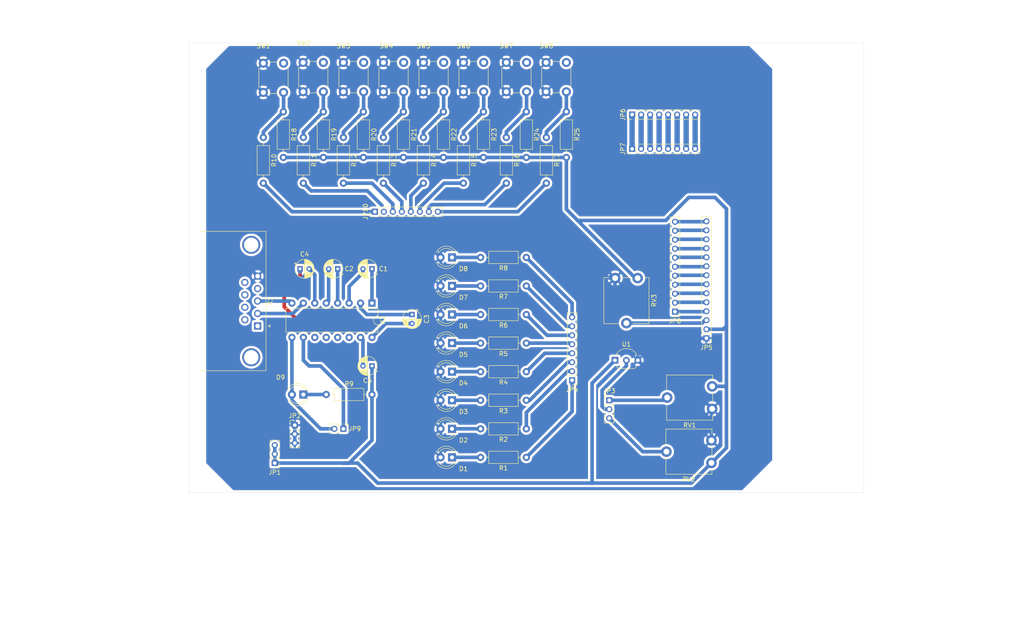
<source format=kicad_pcb>
(kicad_pcb (version 20171130) (host pcbnew "(5.1.6)-1")
  (title_block (title "Héctor de la Garza A01039610"))
  (layers (0 F.Cu signal) (31 B.Cu signal) (34 B.Paste user hide) (35 F.Paste user hide) (36 B.SilkS user hide) (37 F.SilkS user) (38 B.Mask user hide) (39 F.Mask user hide) (44 Edge.Cuts user))
  (net 0 "")
  (net 1 "Net-(C1-Pad2)")
  (net 2 "Net-(C1-Pad1)")
  (net 3 "Net-(C2-Pad2)")
  (net 4 "Net-(C2-Pad1)")
  (net 5 +5V)
  (net 6 "Net-(C3-Pad1)")
  (net 7 "Net-(C4-Pad2)")
  (net 8 "Net-(C4-Pad1)")
  (net 9 GND)
  (net 10 "Net-(D1-Pad1)")
  (net 11 "Net-(D2-Pad1)")
  (net 12 "Net-(D3-Pad1)")
  (net 13 "Net-(D4-Pad1)")
  (net 14 "Net-(D5-Pad1)")
  (net 15 "Net-(D6-Pad1)")
  (net 16 "Net-(D7-Pad1)")
  (net 17 "Net-(D8-Pad1)")
  (net 18 "Net-(D9-Pad2)")
  (net 19 "Net-(D9-Pad1)")
  (net 20 "Net-(JP3-Pad3)")
  (net 21 "Net-(JP3-Pad2)")
  (net 22 "Net-(JP3-Pad1)")
  (net 23 "Net-(JP4-Pad8)")
  (net 24 "Net-(JP4-Pad7)")
  (net 25 "Net-(JP4-Pad6)")
  (net 26 "Net-(JP4-Pad5)")
  (net 27 "Net-(JP4-Pad4)")
  (net 28 "Net-(JP4-Pad3)")
  (net 29 "Net-(JP4-Pad2)")
  (net 30 "Net-(JP4-Pad1)")
  (net 31 "Net-(JP5-Pad14)")
  (net 32 "Net-(JP5-Pad13)")
  (net 33 "Net-(JP5-Pad12)")
  (net 34 "Net-(JP5-Pad11)")
  (net 35 "Net-(JP5-Pad10)")
  (net 36 "Net-(JP5-Pad9)")
  (net 37 "Net-(JP5-Pad8)")
  (net 38 "Net-(JP5-Pad7)")
  (net 39 "Net-(JP5-Pad6)")
  (net 40 "Net-(JP5-Pad5)")
  (net 41 "Net-(JP5-Pad4)")
  (net 42 "Net-(JP5-Pad3)")
  (net 43 "Net-(JP6-Pad8)")
  (net 44 "Net-(JP6-Pad7)")
  (net 45 "Net-(JP6-Pad6)")
  (net 46 "Net-(JP6-Pad5)")
  (net 47 "Net-(JP6-Pad4)")
  (net 48 "Net-(JP6-Pad3)")
  (net 49 "Net-(JP6-Pad2)")
  (net 50 "Net-(JP6-Pad1)")
  (net 51 "Net-(JP9-Pad1)")
  (net 52 "Net-(JP10-Pad8)")
  (net 53 "Net-(JP10-Pad7)")
  (net 54 "Net-(JP10-Pad6)")
  (net 55 "Net-(JP10-Pad5)")
  (net 56 "Net-(JP10-Pad4)")
  (net 57 "Net-(JP10-Pad3)")
  (net 58 "Net-(JP10-Pad2)")
  (net 59 "Net-(JP10-Pad1)")
  (net 60 "Net-(R10-Pad1)")
  (net 61 "Net-(R11-Pad1)")
  (net 62 "Net-(R12-Pad1)")
  (net 63 "Net-(R13-Pad1)")
  (net 64 "Net-(R14-Pad1)")
  (net 65 "Net-(R15-Pad1)")
  (net 66 "Net-(R16-Pad1)")
  (net 67 "Net-(R17-Pad1)")
  (net 68 "Net-(U2-Pad8)")
  (net 69 "Net-(U2-Pad7)")
  (net 70 "Net-(U2-Pad14)")
  (net 71 "Net-(U2-Pad13)")
  (net 72 "Net-(U2-Pad12)")
  (net 73 "Net-(U2-Pad11)")
  (net 74 "Net-(X1-Pad9)")
  (net 75 "Net-(X1-Pad8)")
  (net 76 "Net-(X1-Pad7)")
  (net 77 "Net-(X1-Pad6)")
  (net 78 "Net-(X1-Pad4)")
  (net 79 "Net-(X1-Pad1)")
  (module Button_Switch_THT:SW_PUSH_6mm (layer F.Cu) (at 147.9 44.45 90)
    (fp_text reference SW8 (at 10.16 0.055 180) (layer F.SilkS))
    (fp_text value SW_PUSH)
    (pad 1 thru_hole circle (at 6.5 0 180) (size 2 2) (drill 1.1) (layers *.Cu *.Mask) (net 9 GND))
    (pad 2 thru_hole circle (at 6.5 4.5 180) (size 2 2) (drill 1.1) (layers *.Cu *.Mask) (net 67 "Net-(R17-Pad1)"))
    (pad 1 thru_hole circle (at 0 0 180) (size 2 2) (drill 1.1) (layers *.Cu *.Mask) (net 9 GND))
    (pad 2 thru_hole circle (at 0 4.5 180) (size 2 2) (drill 1.1) (layers *.Cu *.Mask) (net 67 "Net-(R17-Pad1)"))
  )
  (module Button_Switch_THT:SW_PUSH_6mm (layer F.Cu) (at 139.065 44.45 90)
    (fp_text reference SW7 (at 10.16 0 180) (layer F.SilkS))
    (fp_text value SW_PUSH)
    (pad 1 thru_hole circle (at 6.5 0 180) (size 2 2) (drill 1.1) (layers *.Cu *.Mask) (net 9 GND))
    (pad 2 thru_hole circle (at 6.5 4.5 180) (size 2 2) (drill 1.1) (layers *.Cu *.Mask) (net 66 "Net-(R16-Pad1)"))
    (pad 1 thru_hole circle (at 0 0 180) (size 2 2) (drill 1.1) (layers *.Cu *.Mask) (net 9 GND))
    (pad 2 thru_hole circle (at 0 4.5 180) (size 2 2) (drill 1.1) (layers *.Cu *.Mask) (net 66 "Net-(R16-Pad1)"))
  )
  (module Button_Switch_THT:SW_PUSH_6mm (layer F.Cu) (at 129.54 44.45 90)
    (fp_text reference SW6 (at 10.16 0 180) (layer F.SilkS))
    (fp_text value SW_PUSH)
    (pad 1 thru_hole circle (at 6.5 0 180) (size 2 2) (drill 1.1) (layers *.Cu *.Mask) (net 9 GND))
    (pad 2 thru_hole circle (at 6.5 4.5 180) (size 2 2) (drill 1.1) (layers *.Cu *.Mask) (net 65 "Net-(R15-Pad1)"))
    (pad 1 thru_hole circle (at 0 0 180) (size 2 2) (drill 1.1) (layers *.Cu *.Mask) (net 9 GND))
    (pad 2 thru_hole circle (at 0 4.5 180) (size 2 2) (drill 1.1) (layers *.Cu *.Mask) (net 65 "Net-(R15-Pad1)"))
  )
  (module Button_Switch_THT:SW_PUSH_6mm (layer F.Cu) (at 120.65 44.45 90)
    (fp_text reference SW5 (at 10.16 0 180) (layer F.SilkS))
    (fp_text value SW_PUSH)
    (pad 1 thru_hole circle (at 6.5 0 180) (size 2 2) (drill 1.1) (layers *.Cu *.Mask) (net 9 GND))
    (pad 2 thru_hole circle (at 6.5 4.5 180) (size 2 2) (drill 1.1) (layers *.Cu *.Mask) (net 64 "Net-(R14-Pad1)"))
    (pad 1 thru_hole circle (at 0 0 180) (size 2 2) (drill 1.1) (layers *.Cu *.Mask) (net 9 GND))
    (pad 2 thru_hole circle (at 0 4.5 180) (size 2 2) (drill 1.1) (layers *.Cu *.Mask) (net 64 "Net-(R14-Pad1)"))
  )
  (module Button_Switch_THT:SW_PUSH_6mm (layer F.Cu) (at 111.76 44.45 90)
    (fp_text reference SW4 (at 10.16 0.635 180) (layer F.SilkS))
    (fp_text value SW_PUSH)
    (pad 1 thru_hole circle (at 6.5 0 180) (size 2 2) (drill 1.1) (layers *.Cu *.Mask) (net 9 GND))
    (pad 2 thru_hole circle (at 6.5 4.5 180) (size 2 2) (drill 1.1) (layers *.Cu *.Mask) (net 63 "Net-(R13-Pad1)"))
    (pad 1 thru_hole circle (at 0 0 180) (size 2 2) (drill 1.1) (layers *.Cu *.Mask) (net 9 GND))
    (pad 2 thru_hole circle (at 0 4.5 180) (size 2 2) (drill 1.1) (layers *.Cu *.Mask) (net 63 "Net-(R13-Pad1)"))
  )
  (module Button_Switch_THT:SW_PUSH_6mm (layer F.Cu) (at 102.87 44.45 90)
    (fp_text reference SW3 (at 10.16 0 180) (layer F.SilkS))
    (fp_text value SW_PUSH)
    (pad 1 thru_hole circle (at 6.5 0 180) (size 2 2) (drill 1.1) (layers *.Cu *.Mask) (net 9 GND))
    (pad 2 thru_hole circle (at 6.5 4.5 180) (size 2 2) (drill 1.1) (layers *.Cu *.Mask) (net 62 "Net-(R12-Pad1)"))
    (pad 1 thru_hole circle (at 0 0 180) (size 2 2) (drill 1.1) (layers *.Cu *.Mask) (net 9 GND))
    (pad 2 thru_hole circle (at 0 4.5 180) (size 2 2) (drill 1.1) (layers *.Cu *.Mask) (net 62 "Net-(R12-Pad1)"))
  )
  (module Button_Switch_THT:SW_PUSH_6mm (layer F.Cu) (at 93.925 44.45 90)
    (fp_text reference SW2 (at 10.795 0.055 180) (layer F.SilkS))
    (fp_text value SW_PUSH)
    (pad 1 thru_hole circle (at 6.5 0 180) (size 2 2) (drill 1.1) (layers *.Cu *.Mask) (net 9 GND))
    (pad 2 thru_hole circle (at 6.5 4.5 180) (size 2 2) (drill 1.1) (layers *.Cu *.Mask) (net 61 "Net-(R11-Pad1)"))
    (pad 1 thru_hole circle (at 0 0 180) (size 2 2) (drill 1.1) (layers *.Cu *.Mask) (net 9 GND))
    (pad 2 thru_hole circle (at 0 4.5 180) (size 2 2) (drill 1.1) (layers *.Cu *.Mask) (net 61 "Net-(R11-Pad1)"))
  )
  (module Button_Switch_THT:SW_PUSH_6mm (layer F.Cu) (at 85.09 44.6 90)
    (fp_text reference SW1 (at 10.31 0 180) (layer F.SilkS))
    (fp_text value SW_PUSH)
    (pad 1 thru_hole circle (at 6.5 0 180) (size 2 2) (drill 1.1) (layers *.Cu *.Mask) (net 9 GND))
    (pad 2 thru_hole circle (at 6.5 4.5 180) (size 2 2) (drill 1.1) (layers *.Cu *.Mask) (net 60 "Net-(R10-Pad1)"))
    (pad 1 thru_hole circle (at 0 0 180) (size 2 2) (drill 1.1) (layers *.Cu *.Mask) (net 9 GND))
    (pad 2 thru_hole circle (at 0 4.5 180) (size 2 2) (drill 1.1) (layers *.Cu *.Mask) (net 60 "Net-(R10-Pad1)"))
  )
  (module Connector_Dsub:DSUB-9_Female_Horizontal_P2.77x2.84mm_EdgePinOffset9.90mm_Housed_MountingHolesOffset11.32mm (layer F.Cu) (at 83.82 96.52 270)
    (fp_text reference X1 (at -5.54 -2.8 90) (layer F.SilkS))
    (fp_text value F09HP)
    (pad 0 thru_hole circle (at 6.96 1.42 270) (size 4 4) (drill 3.2) (layers *.Cu *.Mask))
    (pad 0 thru_hole circle (at -18.04 1.42 270) (size 4 4) (drill 3.2) (layers *.Cu *.Mask))
    (pad 9 thru_hole circle (at -9.695 2.84 270) (size 1.6 1.6) (drill 1) (layers *.Cu *.Mask) (net 74 "Net-(X1-Pad9)"))
    (pad 8 thru_hole circle (at -6.925 2.84 270) (size 1.6 1.6) (drill 1) (layers *.Cu *.Mask) (net 75 "Net-(X1-Pad8)"))
    (pad 7 thru_hole circle (at -4.155 2.84 270) (size 1.6 1.6) (drill 1) (layers *.Cu *.Mask) (net 76 "Net-(X1-Pad7)"))
    (pad 6 thru_hole circle (at -1.385 2.84 270) (size 1.6 1.6) (drill 1) (layers *.Cu *.Mask) (net 77 "Net-(X1-Pad6)"))
    (pad 5 thru_hole circle (at -11.08 0 270) (size 1.6 1.6) (drill 1) (layers *.Cu *.Mask) (net 9 GND))
    (pad 4 thru_hole circle (at -8.31 0 270) (size 1.6 1.6) (drill 1) (layers *.Cu *.Mask) (net 78 "Net-(X1-Pad4)"))
    (pad 3 thru_hole circle (at -5.54 0 270) (size 1.6 1.6) (drill 1) (layers *.Cu *.Mask) (net 68 "Net-(U2-Pad8)"))
    (pad 2 thru_hole circle (at -2.77 0 270) (size 1.6 1.6) (drill 1) (layers *.Cu *.Mask) (net 69 "Net-(U2-Pad7)"))
    (pad 1 thru_hole rect (at 0 0 270) (size 1.6 1.6) (drill 1) (layers *.Cu *.Mask) (net 79 "Net-(X1-Pad1)"))
  )
  (module Package_DIP:DIP-16_W7.62mm (layer F.Cu) (at 109.22 91.44 270)
    (fp_text reference U2 (at 3.81 -2.33 90) (layer F.SilkS))
    (fp_text value MAX232)
    (pad 16 thru_hole oval (at 7.62 0 270) (size 1.6 1.6) (drill 0.8) (layers *.Cu *.Mask) (net 5 +5V))
    (pad 8 thru_hole oval (at 0 17.78 270) (size 1.6 1.6) (drill 0.8) (layers *.Cu *.Mask) (net 68 "Net-(U2-Pad8)"))
    (pad 15 thru_hole oval (at 7.62 2.54 270) (size 1.6 1.6) (drill 0.8) (layers *.Cu *.Mask) (net 8 "Net-(C4-Pad1)"))
    (pad 7 thru_hole oval (at 0 15.24 270) (size 1.6 1.6) (drill 0.8) (layers *.Cu *.Mask) (net 69 "Net-(U2-Pad7)"))
    (pad 14 thru_hole oval (at 7.62 5.08 270) (size 1.6 1.6) (drill 0.8) (layers *.Cu *.Mask) (net 70 "Net-(U2-Pad14)"))
    (pad 6 thru_hole oval (at 0 12.7 270) (size 1.6 1.6) (drill 0.8) (layers *.Cu *.Mask) (net 7 "Net-(C4-Pad2)"))
    (pad 13 thru_hole oval (at 7.62 7.62 270) (size 1.6 1.6) (drill 0.8) (layers *.Cu *.Mask) (net 71 "Net-(U2-Pad13)"))
    (pad 5 thru_hole oval (at 0 10.16 270) (size 1.6 1.6) (drill 0.8) (layers *.Cu *.Mask) (net 3 "Net-(C2-Pad2)"))
    (pad 12 thru_hole oval (at 7.62 10.16 270) (size 1.6 1.6) (drill 0.8) (layers *.Cu *.Mask) (net 72 "Net-(U2-Pad12)"))
    (pad 4 thru_hole oval (at 0 7.62 270) (size 1.6 1.6) (drill 0.8) (layers *.Cu *.Mask) (net 4 "Net-(C2-Pad1)"))
    (pad 11 thru_hole oval (at 7.62 12.7 270) (size 1.6 1.6) (drill 0.8) (layers *.Cu *.Mask) (net 73 "Net-(U2-Pad11)"))
    (pad 3 thru_hole oval (at 0 5.08 270) (size 1.6 1.6) (drill 0.8) (layers *.Cu *.Mask) (net 1 "Net-(C1-Pad2)"))
    (pad 10 thru_hole oval (at 7.62 15.24 270) (size 1.6 1.6) (drill 0.8) (layers *.Cu *.Mask) (net 51 "Net-(JP9-Pad1)"))
    (pad 2 thru_hole oval (at 0 2.54 270) (size 1.6 1.6) (drill 0.8) (layers *.Cu *.Mask) (net 6 "Net-(C3-Pad1)"))
    (pad 9 thru_hole oval (at 7.62 17.78 270) (size 1.6 1.6) (drill 0.8) (layers *.Cu *.Mask) (net 18 "Net-(D9-Pad2)"))
    (pad 1 thru_hole rect (at 0 0 270) (size 1.6 1.6) (drill 0.8) (layers *.Cu *.Mask) (net 2 "Net-(C1-Pad1)"))
  )
  (module Package_TO_SOT_THT:TO-92_Inline_Wide (layer F.Cu) (at 163.195 104.14)
    (fp_text reference U1 (at 2.54 -3.56) (layer F.SilkS))
    (fp_text value MCP9700A)
    (pad 1 thru_hole rect (at 0 0 90) (size 1.5 1.5) (drill 0.8) (layers *.Cu *.Mask) (net 5 +5V))
    (pad 3 thru_hole circle (at 5.08 0 90) (size 1.5 1.5) (drill 0.8) (layers *.Cu *.Mask) (net 9 GND))
    (pad 2 thru_hole circle (at 2.54 0 90) (size 1.5 1.5) (drill 0.8) (layers *.Cu *.Mask) (net 21 "Net-(JP3-Pad2)"))
  )
  (module Potentiometer_THT:Potentiometer_ACP_CA9-V10_Vertical (layer F.Cu) (at 163.235 85.885 270)
    (fp_text reference RV3 (at 5 -8.65 90) (layer F.SilkS))
    (fp_text value 10K)
    (pad 1 thru_hole circle (at 0 0 270) (size 2.34 2.34) (drill 1.3) (layers *.Cu *.Mask) (net 9 GND))
    (pad 2 thru_hole circle (at 10 -2.5 270) (size 2.34 2.34) (drill 1.3) (layers *.Cu *.Mask) (net 42 "Net-(JP5-Pad3)"))
    (pad 3 thru_hole circle (at 0 -5 270) (size 2.34 2.34) (drill 1.3) (layers *.Cu *.Mask) (net 5 +5V))
  )
  (module Potentiometer_THT:Potentiometer_ACP_CA9-V10_Vertical (layer F.Cu) (at 184.625 121.96 180)
    (fp_text reference RV2 (at 5 -8.65) (layer F.SilkS))
    (fp_text value 10K)
    (pad 1 thru_hole circle (at 0 0 180) (size 2.34 2.34) (drill 1.3) (layers *.Cu *.Mask) (net 9 GND))
    (pad 2 thru_hole circle (at 10 -2.5 180) (size 2.34 2.34) (drill 1.3) (layers *.Cu *.Mask) (net 20 "Net-(JP3-Pad3)"))
    (pad 3 thru_hole circle (at 0 -5 180) (size 2.34 2.34) (drill 1.3) (layers *.Cu *.Mask) (net 5 +5V))
  )
  (module Potentiometer_THT:Potentiometer_ACP_CA9-V10_Vertical (layer F.Cu) (at 184.785 109.935 180)
    (fp_text reference RV1 (at 5 -8.65) (layer F.SilkS))
    (fp_text value 10K)
    (pad 1 thru_hole circle (at 0 0 180) (size 2.34 2.34) (drill 1.3) (layers *.Cu *.Mask) (net 5 +5V))
    (pad 2 thru_hole circle (at 10 -2.5 180) (size 2.34 2.34) (drill 1.3) (layers *.Cu *.Mask) (net 22 "Net-(JP3-Pad1)"))
    (pad 3 thru_hole circle (at 0 -5 180) (size 2.34 2.34) (drill 1.3) (layers *.Cu *.Mask) (net 9 GND))
  )
  (module Resistor_THT:R_Axial_DIN0207_L6.3mm_D2.5mm_P10.16mm_Horizontal (layer F.Cu) (at 152.4 48.895 270)
    (fp_text reference R25 (at 5.08 -2.37 90) (layer F.SilkS))
    (fp_text value 4.7K)
    (pad 2 thru_hole oval (at 10.16 0 270) (size 1.6 1.6) (drill 0.8) (layers *.Cu *.Mask) (net 5 +5V))
    (pad 1 thru_hole circle (at 0 0 270) (size 1.6 1.6) (drill 0.8) (layers *.Cu *.Mask) (net 67 "Net-(R17-Pad1)"))
  )
  (module Resistor_THT:R_Axial_DIN0207_L6.3mm_D2.5mm_P10.16mm_Horizontal (layer F.Cu) (at 143.51 48.895 270)
    (fp_text reference R24 (at 5.08 -2.37 90) (layer F.SilkS))
    (fp_text value 4.7K)
    (pad 2 thru_hole oval (at 10.16 0 270) (size 1.6 1.6) (drill 0.8) (layers *.Cu *.Mask) (net 5 +5V))
    (pad 1 thru_hole circle (at 0 0 270) (size 1.6 1.6) (drill 0.8) (layers *.Cu *.Mask) (net 66 "Net-(R16-Pad1)"))
  )
  (module Resistor_THT:R_Axial_DIN0207_L6.3mm_D2.5mm_P10.16mm_Horizontal (layer F.Cu) (at 133.985 48.895 270)
    (fp_text reference R23 (at 5.08 -2.37 90) (layer F.SilkS))
    (fp_text value 4.7K)
    (pad 2 thru_hole oval (at 10.16 0 270) (size 1.6 1.6) (drill 0.8) (layers *.Cu *.Mask) (net 5 +5V))
    (pad 1 thru_hole circle (at 0 0 270) (size 1.6 1.6) (drill 0.8) (layers *.Cu *.Mask) (net 65 "Net-(R15-Pad1)"))
  )
  (module Resistor_THT:R_Axial_DIN0207_L6.3mm_D2.5mm_P10.16mm_Horizontal (layer F.Cu) (at 125.095 48.895 270)
    (fp_text reference R22 (at 5.08 -2.37 90) (layer F.SilkS))
    (fp_text value 4.7K)
    (pad 2 thru_hole oval (at 10.16 0 270) (size 1.6 1.6) (drill 0.8) (layers *.Cu *.Mask) (net 5 +5V))
    (pad 1 thru_hole circle (at 0 0 270) (size 1.6 1.6) (drill 0.8) (layers *.Cu *.Mask) (net 64 "Net-(R14-Pad1)"))
  )
  (module Resistor_THT:R_Axial_DIN0207_L6.3mm_D2.5mm_P10.16mm_Horizontal (layer F.Cu) (at 116.205 48.895 270)
    (fp_text reference R21 (at 5.08 -2.37 90) (layer F.SilkS))
    (fp_text value 4.7K)
    (pad 2 thru_hole oval (at 10.16 0 270) (size 1.6 1.6) (drill 0.8) (layers *.Cu *.Mask) (net 5 +5V))
    (pad 1 thru_hole circle (at 0 0 270) (size 1.6 1.6) (drill 0.8) (layers *.Cu *.Mask) (net 63 "Net-(R13-Pad1)"))
  )
  (module Resistor_THT:R_Axial_DIN0207_L6.3mm_D2.5mm_P10.16mm_Horizontal (layer F.Cu) (at 107.315 48.895 270)
    (fp_text reference R20 (at 5.08 -2.37 90) (layer F.SilkS))
    (fp_text value 4.7K)
    (pad 2 thru_hole oval (at 10.16 0 270) (size 1.6 1.6) (drill 0.8) (layers *.Cu *.Mask) (net 5 +5V))
    (pad 1 thru_hole circle (at 0 0 270) (size 1.6 1.6) (drill 0.8) (layers *.Cu *.Mask) (net 62 "Net-(R12-Pad1)"))
  )
  (module Resistor_THT:R_Axial_DIN0207_L6.3mm_D2.5mm_P10.16mm_Horizontal (layer F.Cu) (at 98.425 48.895 270)
    (fp_text reference R19 (at 5.08 -2.37 90) (layer F.SilkS))
    (fp_text value 4.7K)
    (pad 2 thru_hole oval (at 10.16 0 270) (size 1.6 1.6) (drill 0.8) (layers *.Cu *.Mask) (net 5 +5V))
    (pad 1 thru_hole circle (at 0 0 270) (size 1.6 1.6) (drill 0.8) (layers *.Cu *.Mask) (net 61 "Net-(R11-Pad1)"))
  )
  (module Resistor_THT:R_Axial_DIN0207_L6.3mm_D2.5mm_P10.16mm_Horizontal (layer F.Cu) (at 89.535 48.895 270)
    (fp_text reference R18 (at 5.08 -2.37 90) (layer F.SilkS))
    (fp_text value 4.7K)
    (pad 2 thru_hole oval (at 10.16 0 270) (size 1.6 1.6) (drill 0.8) (layers *.Cu *.Mask) (net 5 +5V))
    (pad 1 thru_hole circle (at 0 0 270) (size 1.6 1.6) (drill 0.8) (layers *.Cu *.Mask) (net 60 "Net-(R10-Pad1)"))
  )
  (module Resistor_THT:R_Axial_DIN0207_L6.3mm_D2.5mm_P10.16mm_Horizontal (layer F.Cu) (at 147.955 54.61 270)
    (fp_text reference R17 (at 5.08 -2.37 90) (layer F.SilkS))
    (fp_text value 1K)
    (pad 2 thru_hole oval (at 10.16 0 270) (size 1.6 1.6) (drill 0.8) (layers *.Cu *.Mask) (net 52 "Net-(JP10-Pad8)"))
    (pad 1 thru_hole circle (at 0 0 270) (size 1.6 1.6) (drill 0.8) (layers *.Cu *.Mask) (net 67 "Net-(R17-Pad1)"))
  )
  (module Resistor_THT:R_Axial_DIN0207_L6.3mm_D2.5mm_P10.16mm_Horizontal (layer F.Cu) (at 139.065 54.61 270)
    (fp_text reference R16 (at 5.08 -2.37 90) (layer F.SilkS))
    (fp_text value 1K)
    (pad 2 thru_hole oval (at 10.16 0 270) (size 1.6 1.6) (drill 0.8) (layers *.Cu *.Mask) (net 53 "Net-(JP10-Pad7)"))
    (pad 1 thru_hole circle (at 0 0 270) (size 1.6 1.6) (drill 0.8) (layers *.Cu *.Mask) (net 66 "Net-(R16-Pad1)"))
  )
  (module Resistor_THT:R_Axial_DIN0207_L6.3mm_D2.5mm_P10.16mm_Horizontal (layer F.Cu) (at 129.54 54.61 270)
    (fp_text reference R15 (at 5.08 -2.37 90) (layer F.SilkS))
    (fp_text value 1K)
    (pad 2 thru_hole oval (at 10.16 0 270) (size 1.6 1.6) (drill 0.8) (layers *.Cu *.Mask) (net 54 "Net-(JP10-Pad6)"))
    (pad 1 thru_hole circle (at 0 0 270) (size 1.6 1.6) (drill 0.8) (layers *.Cu *.Mask) (net 65 "Net-(R15-Pad1)"))
  )
  (module Resistor_THT:R_Axial_DIN0207_L6.3mm_D2.5mm_P10.16mm_Horizontal (layer F.Cu) (at 120.65 54.61 270)
    (fp_text reference R14 (at 5.08 -2.37 90) (layer F.SilkS))
    (fp_text value 1K)
    (pad 2 thru_hole oval (at 10.16 0 270) (size 1.6 1.6) (drill 0.8) (layers *.Cu *.Mask) (net 55 "Net-(JP10-Pad5)"))
    (pad 1 thru_hole circle (at 0 0 270) (size 1.6 1.6) (drill 0.8) (layers *.Cu *.Mask) (net 64 "Net-(R14-Pad1)"))
  )
  (module Resistor_THT:R_Axial_DIN0207_L6.3mm_D2.5mm_P10.16mm_Horizontal (layer F.Cu) (at 111.76 54.61 270)
    (fp_text reference R13 (at 5.08 -2.37 90) (layer F.SilkS))
    (fp_text value 1K)
    (pad 2 thru_hole oval (at 10.16 0 270) (size 1.6 1.6) (drill 0.8) (layers *.Cu *.Mask) (net 56 "Net-(JP10-Pad4)"))
    (pad 1 thru_hole circle (at 0 0 270) (size 1.6 1.6) (drill 0.8) (layers *.Cu *.Mask) (net 63 "Net-(R13-Pad1)"))
  )
  (module Resistor_THT:R_Axial_DIN0207_L6.3mm_D2.5mm_P10.16mm_Horizontal (layer F.Cu) (at 102.87 54.61 270)
    (fp_text reference R12 (at 5.08 -2.37 90) (layer F.SilkS))
    (fp_text value 1K)
    (pad 2 thru_hole oval (at 10.16 0 270) (size 1.6 1.6) (drill 0.8) (layers *.Cu *.Mask) (net 57 "Net-(JP10-Pad3)"))
    (pad 1 thru_hole circle (at 0 0 270) (size 1.6 1.6) (drill 0.8) (layers *.Cu *.Mask) (net 62 "Net-(R12-Pad1)"))
  )
  (module Resistor_THT:R_Axial_DIN0207_L6.3mm_D2.5mm_P10.16mm_Horizontal (layer F.Cu) (at 93.98 54.61 270)
    (fp_text reference R11 (at 5.08 -2.37 90) (layer F.SilkS))
    (fp_text value 1K)
    (pad 2 thru_hole oval (at 10.16 0 270) (size 1.6 1.6) (drill 0.8) (layers *.Cu *.Mask) (net 58 "Net-(JP10-Pad2)"))
    (pad 1 thru_hole circle (at 0 0 270) (size 1.6 1.6) (drill 0.8) (layers *.Cu *.Mask) (net 61 "Net-(R11-Pad1)"))
  )
  (module Resistor_THT:R_Axial_DIN0207_L6.3mm_D2.5mm_P10.16mm_Horizontal (layer F.Cu) (at 85.09 54.61 270)
    (fp_text reference R10 (at 5.08 -2.37 90) (layer F.SilkS))
    (fp_text value 1K)
    (pad 2 thru_hole oval (at 10.16 0 270) (size 1.6 1.6) (drill 0.8) (layers *.Cu *.Mask) (net 59 "Net-(JP10-Pad1)"))
    (pad 1 thru_hole circle (at 0 0 270) (size 1.6 1.6) (drill 0.8) (layers *.Cu *.Mask) (net 60 "Net-(R10-Pad1)"))
  )
  (module Resistor_THT:R_Axial_DIN0207_L6.3mm_D2.5mm_P10.16mm_Horizontal (layer F.Cu) (at 99.06 111.76)
    (fp_text reference R9 (at 5.08 -2.37) (layer F.SilkS))
    (fp_text value 470)
    (pad 2 thru_hole oval (at 10.16 0) (size 1.6 1.6) (drill 0.8) (layers *.Cu *.Mask) (net 5 +5V))
    (pad 1 thru_hole circle (at 0 0) (size 1.6 1.6) (drill 0.8) (layers *.Cu *.Mask) (net 19 "Net-(D9-Pad1)"))
  )
  (module Resistor_THT:R_Axial_DIN0207_L6.3mm_D2.5mm_P10.16mm_Horizontal (layer F.Cu) (at 143.51 81.28 180)
    (fp_text reference R8 (at 5.08 -2.37) (layer F.SilkS))
    (fp_text value 470)
    (pad 2 thru_hole oval (at 10.16 0 180) (size 1.6 1.6) (drill 0.8) (layers *.Cu *.Mask) (net 17 "Net-(D8-Pad1)"))
    (pad 1 thru_hole circle (at 0 0 180) (size 1.6 1.6) (drill 0.8) (layers *.Cu *.Mask) (net 23 "Net-(JP4-Pad8)"))
  )
  (module Resistor_THT:R_Axial_DIN0207_L6.3mm_D2.5mm_P10.16mm_Horizontal (layer F.Cu) (at 143.51 87.63 180)
    (fp_text reference R7 (at 5.08 -2.37) (layer F.SilkS))
    (fp_text value 470)
    (pad 2 thru_hole oval (at 10.16 0 180) (size 1.6 1.6) (drill 0.8) (layers *.Cu *.Mask) (net 16 "Net-(D7-Pad1)"))
    (pad 1 thru_hole circle (at 0 0 180) (size 1.6 1.6) (drill 0.8) (layers *.Cu *.Mask) (net 24 "Net-(JP4-Pad7)"))
  )
  (module Resistor_THT:R_Axial_DIN0207_L6.3mm_D2.5mm_P10.16mm_Horizontal (layer F.Cu) (at 143.51 93.98 180)
    (fp_text reference R6 (at 5.08 -2.37) (layer F.SilkS))
    (fp_text value 470)
    (pad 2 thru_hole oval (at 10.16 0 180) (size 1.6 1.6) (drill 0.8) (layers *.Cu *.Mask) (net 15 "Net-(D6-Pad1)"))
    (pad 1 thru_hole circle (at 0 0 180) (size 1.6 1.6) (drill 0.8) (layers *.Cu *.Mask) (net 25 "Net-(JP4-Pad6)"))
  )
  (module Resistor_THT:R_Axial_DIN0207_L6.3mm_D2.5mm_P10.16mm_Horizontal (layer F.Cu) (at 143.51 100.33 180)
    (fp_text reference R5 (at 5.08 -2.37) (layer F.SilkS))
    (fp_text value 470)
    (pad 2 thru_hole oval (at 10.16 0 180) (size 1.6 1.6) (drill 0.8) (layers *.Cu *.Mask) (net 14 "Net-(D5-Pad1)"))
    (pad 1 thru_hole circle (at 0 0 180) (size 1.6 1.6) (drill 0.8) (layers *.Cu *.Mask) (net 26 "Net-(JP4-Pad5)"))
  )
  (module Resistor_THT:R_Axial_DIN0207_L6.3mm_D2.5mm_P10.16mm_Horizontal (layer F.Cu) (at 143.51 106.68 180)
    (fp_text reference R4 (at 5.08 -2.37) (layer F.SilkS))
    (fp_text value 470)
    (pad 2 thru_hole oval (at 10.16 0 180) (size 1.6 1.6) (drill 0.8) (layers *.Cu *.Mask) (net 13 "Net-(D4-Pad1)"))
    (pad 1 thru_hole circle (at 0 0 180) (size 1.6 1.6) (drill 0.8) (layers *.Cu *.Mask) (net 27 "Net-(JP4-Pad4)"))
  )
  (module Resistor_THT:R_Axial_DIN0207_L6.3mm_D2.5mm_P10.16mm_Horizontal (layer F.Cu) (at 143.51 113.03 180)
    (fp_text reference R3 (at 5.08 -2.37) (layer F.SilkS))
    (fp_text value 470)
    (pad 2 thru_hole oval (at 10.16 0 180) (size 1.6 1.6) (drill 0.8) (layers *.Cu *.Mask) (net 12 "Net-(D3-Pad1)"))
    (pad 1 thru_hole circle (at 0 0 180) (size 1.6 1.6) (drill 0.8) (layers *.Cu *.Mask) (net 28 "Net-(JP4-Pad3)"))
  )
  (module Resistor_THT:R_Axial_DIN0207_L6.3mm_D2.5mm_P10.16mm_Horizontal (layer F.Cu) (at 143.51 119.38 180)
    (fp_text reference R2 (at 5.08 -2.37) (layer F.SilkS))
    (fp_text value 470)
    (pad 2 thru_hole oval (at 10.16 0 180) (size 1.6 1.6) (drill 0.8) (layers *.Cu *.Mask) (net 11 "Net-(D2-Pad1)"))
    (pad 1 thru_hole circle (at 0 0 180) (size 1.6 1.6) (drill 0.8) (layers *.Cu *.Mask) (net 29 "Net-(JP4-Pad2)"))
  )
  (module Resistor_THT:R_Axial_DIN0207_L6.3mm_D2.5mm_P10.16mm_Horizontal (layer F.Cu) (at 143.51 125.73 180)
    (fp_text reference R1 (at 5.08 -2.37) (layer F.SilkS))
    (fp_text value 470)
    (pad 2 thru_hole oval (at 10.16 0 180) (size 1.6 1.6) (drill 0.8) (layers *.Cu *.Mask) (net 10 "Net-(D1-Pad1)"))
    (pad 1 thru_hole circle (at 0 0 180) (size 1.6 1.6) (drill 0.8) (layers *.Cu *.Mask) (net 30 "Net-(JP4-Pad1)"))
  )
  (module Connector_PinHeader_2.00mm:PinHeader_1x08_P2.00mm_Vertical (layer F.Cu) (at 109.855 71.12 90)
    (fp_text reference JP10 (at 0 -2.06 90) (layer F.SilkS))
    (fp_text value PINHD-1X8)
    (pad 8 thru_hole oval (at 0 14 90) (size 1.35 1.35) (drill 0.8) (layers *.Cu *.Mask) (net 52 "Net-(JP10-Pad8)"))
    (pad 7 thru_hole oval (at 0 12 90) (size 1.35 1.35) (drill 0.8) (layers *.Cu *.Mask) (net 53 "Net-(JP10-Pad7)"))
    (pad 6 thru_hole oval (at 0 10 90) (size 1.35 1.35) (drill 0.8) (layers *.Cu *.Mask) (net 54 "Net-(JP10-Pad6)"))
    (pad 5 thru_hole oval (at 0 8 90) (size 1.35 1.35) (drill 0.8) (layers *.Cu *.Mask) (net 55 "Net-(JP10-Pad5)"))
    (pad 4 thru_hole oval (at 0 6 90) (size 1.35 1.35) (drill 0.8) (layers *.Cu *.Mask) (net 56 "Net-(JP10-Pad4)"))
    (pad 3 thru_hole oval (at 0 4 90) (size 1.35 1.35) (drill 0.8) (layers *.Cu *.Mask) (net 57 "Net-(JP10-Pad3)"))
    (pad 2 thru_hole oval (at 0 2 90) (size 1.35 1.35) (drill 0.8) (layers *.Cu *.Mask) (net 58 "Net-(JP10-Pad2)"))
    (pad 1 thru_hole rect (at 0 0 90) (size 1.35 1.35) (drill 0.8) (layers *.Cu *.Mask) (net 59 "Net-(JP10-Pad1)"))
  )
  (module Connector_PinHeader_2.00mm:PinHeader_1x02_P2.00mm_Vertical (layer F.Cu) (at 102.87 119.38 270)
    (fp_text reference JP9 (at 0 -2.54 180) (layer F.SilkS))
    (fp_text value PINHD-1X2)
    (pad 2 thru_hole oval (at 0 2 270) (size 1.35 1.35) (drill 0.8) (layers *.Cu *.Mask) (net 18 "Net-(D9-Pad2)"))
    (pad 1 thru_hole rect (at 0 0 270) (size 1.35 1.35) (drill 0.8) (layers *.Cu *.Mask) (net 51 "Net-(JP9-Pad1)"))
  )
  (module Connector_PinHeader_2.00mm:PinHeader_1x11_P2.00mm_Vertical (layer F.Cu) (at 176.53 93.345 180)
    (fp_text reference JP8 (at 0 -2.06) (layer F.SilkS))
    (fp_text value PINHD-1X11)
    (pad 11 thru_hole oval (at 0 20 180) (size 1.35 1.35) (drill 0.8) (layers *.Cu *.Mask) (net 31 "Net-(JP5-Pad14)"))
    (pad 10 thru_hole oval (at 0 18 180) (size 1.35 1.35) (drill 0.8) (layers *.Cu *.Mask) (net 32 "Net-(JP5-Pad13)"))
    (pad 9 thru_hole oval (at 0 16 180) (size 1.35 1.35) (drill 0.8) (layers *.Cu *.Mask) (net 33 "Net-(JP5-Pad12)"))
    (pad 8 thru_hole oval (at 0 14 180) (size 1.35 1.35) (drill 0.8) (layers *.Cu *.Mask) (net 34 "Net-(JP5-Pad11)"))
    (pad 7 thru_hole oval (at 0 12 180) (size 1.35 1.35) (drill 0.8) (layers *.Cu *.Mask) (net 35 "Net-(JP5-Pad10)"))
    (pad 6 thru_hole oval (at 0 10 180) (size 1.35 1.35) (drill 0.8) (layers *.Cu *.Mask) (net 36 "Net-(JP5-Pad9)"))
    (pad 5 thru_hole oval (at 0 8 180) (size 1.35 1.35) (drill 0.8) (layers *.Cu *.Mask) (net 37 "Net-(JP5-Pad8)"))
    (pad 4 thru_hole oval (at 0 6 180) (size 1.35 1.35) (drill 0.8) (layers *.Cu *.Mask) (net 38 "Net-(JP5-Pad7)"))
    (pad 3 thru_hole oval (at 0 4 180) (size 1.35 1.35) (drill 0.8) (layers *.Cu *.Mask) (net 39 "Net-(JP5-Pad6)"))
    (pad 2 thru_hole oval (at 0 2 180) (size 1.35 1.35) (drill 0.8) (layers *.Cu *.Mask) (net 40 "Net-(JP5-Pad5)"))
    (pad 1 thru_hole rect (at 0 0 180) (size 1.35 1.35) (drill 0.8) (layers *.Cu *.Mask) (net 41 "Net-(JP5-Pad4)"))
  )
  (module Connector_PinHeader_2.00mm:PinHeader_1x08_P2.00mm_Vertical (layer F.Cu) (at 167.005 57.15 90)
    (fp_text reference JP7 (at 0 -2.06 90) (layer F.SilkS))
    (fp_text value PINHD-1X8)
    (pad 8 thru_hole oval (at 0 14 90) (size 1.35 1.35) (drill 0.8) (layers *.Cu *.Mask) (net 43 "Net-(JP6-Pad8)"))
    (pad 7 thru_hole oval (at 0 12 90) (size 1.35 1.35) (drill 0.8) (layers *.Cu *.Mask) (net 44 "Net-(JP6-Pad7)"))
    (pad 6 thru_hole oval (at 0 10 90) (size 1.35 1.35) (drill 0.8) (layers *.Cu *.Mask) (net 45 "Net-(JP6-Pad6)"))
    (pad 5 thru_hole oval (at 0 8 90) (size 1.35 1.35) (drill 0.8) (layers *.Cu *.Mask) (net 46 "Net-(JP6-Pad5)"))
    (pad 4 thru_hole oval (at 0 6 90) (size 1.35 1.35) (drill 0.8) (layers *.Cu *.Mask) (net 47 "Net-(JP6-Pad4)"))
    (pad 3 thru_hole oval (at 0 4 90) (size 1.35 1.35) (drill 0.8) (layers *.Cu *.Mask) (net 48 "Net-(JP6-Pad3)"))
    (pad 2 thru_hole oval (at 0 2 90) (size 1.35 1.35) (drill 0.8) (layers *.Cu *.Mask) (net 49 "Net-(JP6-Pad2)"))
    (pad 1 thru_hole rect (at 0 0 90) (size 1.35 1.35) (drill 0.8) (layers *.Cu *.Mask) (net 50 "Net-(JP6-Pad1)"))
  )
  (module Connector_PinHeader_2.00mm:PinHeader_1x08_P2.00mm_Vertical (layer F.Cu) (at 167.005 49.53 90)
    (fp_text reference JP6 (at 0 -2.06 90) (layer F.SilkS))
    (fp_text value PINHD-1X8)
    (pad 8 thru_hole oval (at 0 14 90) (size 1.35 1.35) (drill 0.8) (layers *.Cu *.Mask) (net 43 "Net-(JP6-Pad8)"))
    (pad 7 thru_hole oval (at 0 12 90) (size 1.35 1.35) (drill 0.8) (layers *.Cu *.Mask) (net 44 "Net-(JP6-Pad7)"))
    (pad 6 thru_hole oval (at 0 10 90) (size 1.35 1.35) (drill 0.8) (layers *.Cu *.Mask) (net 45 "Net-(JP6-Pad6)"))
    (pad 5 thru_hole oval (at 0 8 90) (size 1.35 1.35) (drill 0.8) (layers *.Cu *.Mask) (net 46 "Net-(JP6-Pad5)"))
    (pad 4 thru_hole oval (at 0 6 90) (size 1.35 1.35) (drill 0.8) (layers *.Cu *.Mask) (net 47 "Net-(JP6-Pad4)"))
    (pad 3 thru_hole oval (at 0 4 90) (size 1.35 1.35) (drill 0.8) (layers *.Cu *.Mask) (net 48 "Net-(JP6-Pad3)"))
    (pad 2 thru_hole oval (at 0 2 90) (size 1.35 1.35) (drill 0.8) (layers *.Cu *.Mask) (net 49 "Net-(JP6-Pad2)"))
    (pad 1 thru_hole rect (at 0 0 90) (size 1.35 1.35) (drill 0.8) (layers *.Cu *.Mask) (net 50 "Net-(JP6-Pad1)"))
  )
  (module Connector_PinHeader_2.00mm:PinHeader_1x14_P2.00mm_Vertical (layer F.Cu) (at 183.515 99.25 180)
    (fp_text reference JP5 (at 0 -2.06) (layer F.SilkS))
    (fp_text value PINHD-1X14)
    (pad 14 thru_hole oval (at 0 26 180) (size 1.35 1.35) (drill 0.8) (layers *.Cu *.Mask) (net 31 "Net-(JP5-Pad14)"))
    (pad 13 thru_hole oval (at 0 24 180) (size 1.35 1.35) (drill 0.8) (layers *.Cu *.Mask) (net 32 "Net-(JP5-Pad13)"))
    (pad 12 thru_hole oval (at 0 22 180) (size 1.35 1.35) (drill 0.8) (layers *.Cu *.Mask) (net 33 "Net-(JP5-Pad12)"))
    (pad 11 thru_hole oval (at 0 20 180) (size 1.35 1.35) (drill 0.8) (layers *.Cu *.Mask) (net 34 "Net-(JP5-Pad11)"))
    (pad 10 thru_hole oval (at 0 18 180) (size 1.35 1.35) (drill 0.8) (layers *.Cu *.Mask) (net 35 "Net-(JP5-Pad10)"))
    (pad 9 thru_hole oval (at 0 16 180) (size 1.35 1.35) (drill 0.8) (layers *.Cu *.Mask) (net 36 "Net-(JP5-Pad9)"))
    (pad 8 thru_hole oval (at 0 14 180) (size 1.35 1.35) (drill 0.8) (layers *.Cu *.Mask) (net 37 "Net-(JP5-Pad8)"))
    (pad 7 thru_hole oval (at 0 12 180) (size 1.35 1.35) (drill 0.8) (layers *.Cu *.Mask) (net 38 "Net-(JP5-Pad7)"))
    (pad 6 thru_hole oval (at 0 10 180) (size 1.35 1.35) (drill 0.8) (layers *.Cu *.Mask) (net 39 "Net-(JP5-Pad6)"))
    (pad 5 thru_hole oval (at 0 8 180) (size 1.35 1.35) (drill 0.8) (layers *.Cu *.Mask) (net 40 "Net-(JP5-Pad5)"))
    (pad 4 thru_hole oval (at 0 6 180) (size 1.35 1.35) (drill 0.8) (layers *.Cu *.Mask) (net 41 "Net-(JP5-Pad4)"))
    (pad 3 thru_hole oval (at 0 4 180) (size 1.35 1.35) (drill 0.8) (layers *.Cu *.Mask) (net 42 "Net-(JP5-Pad3)"))
    (pad 2 thru_hole oval (at 0 2 180) (size 1.35 1.35) (drill 0.8) (layers *.Cu *.Mask) (net 5 +5V))
    (pad 1 thru_hole rect (at 0 0 180) (size 1.35 1.35) (drill 0.8) (layers *.Cu *.Mask) (net 9 GND))
  )
  (module Connector_PinHeader_2.00mm:PinHeader_1x08_P2.00mm_Vertical (layer F.Cu) (at 153.67 108.585 180)
    (fp_text reference JP4 (at 0 -2.06) (layer F.SilkS))
    (fp_text value PINHD-1X8)
    (pad 8 thru_hole oval (at 0 14 180) (size 1.35 1.35) (drill 0.8) (layers *.Cu *.Mask) (net 23 "Net-(JP4-Pad8)"))
    (pad 7 thru_hole oval (at 0 12 180) (size 1.35 1.35) (drill 0.8) (layers *.Cu *.Mask) (net 24 "Net-(JP4-Pad7)"))
    (pad 6 thru_hole oval (at 0 10 180) (size 1.35 1.35) (drill 0.8) (layers *.Cu *.Mask) (net 25 "Net-(JP4-Pad6)"))
    (pad 5 thru_hole oval (at 0 8 180) (size 1.35 1.35) (drill 0.8) (layers *.Cu *.Mask) (net 26 "Net-(JP4-Pad5)"))
    (pad 4 thru_hole oval (at 0 6 180) (size 1.35 1.35) (drill 0.8) (layers *.Cu *.Mask) (net 27 "Net-(JP4-Pad4)"))
    (pad 3 thru_hole oval (at 0 4 180) (size 1.35 1.35) (drill 0.8) (layers *.Cu *.Mask) (net 28 "Net-(JP4-Pad3)"))
    (pad 2 thru_hole oval (at 0 2 180) (size 1.35 1.35) (drill 0.8) (layers *.Cu *.Mask) (net 29 "Net-(JP4-Pad2)"))
    (pad 1 thru_hole rect (at 0 0 180) (size 1.35 1.35) (drill 0.8) (layers *.Cu *.Mask) (net 30 "Net-(JP4-Pad1)"))
  )
  (module Connector_PinHeader_2.00mm:PinHeader_1x03_P2.00mm_Vertical (layer F.Cu) (at 161.925 113.03)
    (fp_text reference JP3 (at 0 -2.06) (layer F.SilkS))
    (fp_text value PINHD-1X3)
    (pad 3 thru_hole oval (at 0 4) (size 1.35 1.35) (drill 0.8) (layers *.Cu *.Mask) (net 20 "Net-(JP3-Pad3)"))
    (pad 2 thru_hole oval (at 0 2) (size 1.35 1.35) (drill 0.8) (layers *.Cu *.Mask) (net 21 "Net-(JP3-Pad2)"))
    (pad 1 thru_hole rect (at 0 0) (size 1.35 1.35) (drill 0.8) (layers *.Cu *.Mask) (net 22 "Net-(JP3-Pad1)"))
  )
  (module Connector_PinHeader_2.00mm:PinHeader_1x03_P2.00mm_Vertical (layer F.Cu) (at 92.075 118.555)
    (fp_text reference JP2 (at 0 -2.06) (layer F.SilkS))
    (fp_text value PINHD-1X3)
    (pad 3 thru_hole oval (at 0 4) (size 1.35 1.35) (drill 0.8) (layers *.Cu *.Mask) (net 9 GND))
    (pad 2 thru_hole oval (at 0 2) (size 1.35 1.35) (drill 0.8) (layers *.Cu *.Mask) (net 9 GND))
    (pad 1 thru_hole rect (at 0 0) (size 1.35 1.35) (drill 0.8) (layers *.Cu *.Mask) (net 9 GND))
  )
  (module Connector_PinHeader_2.00mm:PinHeader_1x03_P2.00mm_Vertical (layer F.Cu) (at 87.63 127 180)
    (fp_text reference JP1 (at 0 -2.06) (layer F.SilkS))
    (fp_text value PINHD-1X3)
    (pad 3 thru_hole oval (at 0 4 180) (size 1.35 1.35) (drill 0.8) (layers *.Cu *.Mask) (net 5 +5V))
    (pad 2 thru_hole oval (at 0 2 180) (size 1.35 1.35) (drill 0.8) (layers *.Cu *.Mask) (net 5 +5V))
    (pad 1 thru_hole rect (at 0 0 180) (size 1.35 1.35) (drill 0.8) (layers *.Cu *.Mask) (net 5 +5V))
  )
  (module LED_THT:LED_D4.0mm (layer F.Cu) (at 93.98 111.76 180)
    (fp_text reference D9 (at 5.08 3.81) (layer F.SilkS))
    (fp_text value LED)
    (pad 2 thru_hole circle (at 2.54 0 180) (size 1.8 1.8) (drill 0.9) (layers *.Cu *.Mask) (net 18 "Net-(D9-Pad2)"))
    (pad 1 thru_hole rect (at 0 0 180) (size 1.8 1.8) (drill 0.9) (layers *.Cu *.Mask) (net 19 "Net-(D9-Pad1)"))
  )
  (module LED_THT:LED_D4.0mm (layer F.Cu) (at 127 81.28 180)
    (fp_text reference D8 (at -2.54 -2.54) (layer F.SilkS))
    (fp_text value LED)
    (pad 2 thru_hole circle (at 2.54 0 180) (size 1.8 1.8) (drill 0.9) (layers *.Cu *.Mask) (net 9 GND))
    (pad 1 thru_hole rect (at 0 0 180) (size 1.8 1.8) (drill 0.9) (layers *.Cu *.Mask) (net 17 "Net-(D8-Pad1)"))
  )
  (module LED_THT:LED_D4.0mm (layer F.Cu) (at 127 87.63 180)
    (fp_text reference D7 (at -2.54 -2.54) (layer F.SilkS))
    (fp_text value LED)
    (pad 2 thru_hole circle (at 2.54 0 180) (size 1.8 1.8) (drill 0.9) (layers *.Cu *.Mask) (net 9 GND))
    (pad 1 thru_hole rect (at 0 0 180) (size 1.8 1.8) (drill 0.9) (layers *.Cu *.Mask) (net 16 "Net-(D7-Pad1)"))
  )
  (module LED_THT:LED_D4.0mm (layer F.Cu) (at 127 93.98 180)
    (fp_text reference D6 (at -2.54 -2.54) (layer F.SilkS))
    (fp_text value LED)
    (pad 2 thru_hole circle (at 2.54 0 180) (size 1.8 1.8) (drill 0.9) (layers *.Cu *.Mask) (net 9 GND))
    (pad 1 thru_hole rect (at 0 0 180) (size 1.8 1.8) (drill 0.9) (layers *.Cu *.Mask) (net 15 "Net-(D6-Pad1)"))
  )
  (module LED_THT:LED_D4.0mm (layer F.Cu) (at 127 100.33 180)
    (fp_text reference D5 (at -2.54 -2.54) (layer F.SilkS))
    (fp_text value LED)
    (pad 2 thru_hole circle (at 2.54 0 180) (size 1.8 1.8) (drill 0.9) (layers *.Cu *.Mask) (net 9 GND))
    (pad 1 thru_hole rect (at 0 0 180) (size 1.8 1.8) (drill 0.9) (layers *.Cu *.Mask) (net 14 "Net-(D5-Pad1)"))
  )
  (module LED_THT:LED_D4.0mm (layer F.Cu) (at 127 106.68 180)
    (fp_text reference D4 (at -2.54 -2.54) (layer F.SilkS))
    (fp_text value LED)
    (pad 2 thru_hole circle (at 2.54 0 180) (size 1.8 1.8) (drill 0.9) (layers *.Cu *.Mask) (net 9 GND))
    (pad 1 thru_hole rect (at 0 0 180) (size 1.8 1.8) (drill 0.9) (layers *.Cu *.Mask) (net 13 "Net-(D4-Pad1)"))
  )
  (module LED_THT:LED_D4.0mm (layer F.Cu) (at 127 113.03 180)
    (fp_text reference D3 (at -2.54 -2.54) (layer F.SilkS))
    (fp_text value LED)
    (pad 2 thru_hole circle (at 2.54 0 180) (size 1.8 1.8) (drill 0.9) (layers *.Cu *.Mask) (net 9 GND))
    (pad 1 thru_hole rect (at 0 0 180) (size 1.8 1.8) (drill 0.9) (layers *.Cu *.Mask) (net 12 "Net-(D3-Pad1)"))
  )
  (module LED_THT:LED_D4.0mm (layer F.Cu) (at 127 119.38 180)
    (fp_text reference D2 (at -2.54 -2.54) (layer F.SilkS))
    (fp_text value LED)
    (pad 2 thru_hole circle (at 2.54 0 180) (size 1.8 1.8) (drill 0.9) (layers *.Cu *.Mask) (net 9 GND))
    (pad 1 thru_hole rect (at 0 0 180) (size 1.8 1.8) (drill 0.9) (layers *.Cu *.Mask) (net 11 "Net-(D2-Pad1)"))
  )
  (module LED_THT:LED_D4.0mm (layer F.Cu) (at 127 125.73 180)
    (fp_text reference D1 (at -2.54 -2.54) (layer F.SilkS))
    (fp_text value LED)
    (pad 2 thru_hole circle (at 2.54 0 180) (size 1.8 1.8) (drill 0.9) (layers *.Cu *.Mask) (net 9 GND))
    (pad 1 thru_hole rect (at 0 0 180) (size 1.8 1.8) (drill 0.9) (layers *.Cu *.Mask) (net 10 "Net-(D1-Pad1)"))
  )
  (module Capacitor_THT:CP_Radial_D4.0mm_P2.00mm (layer F.Cu) (at 109.22 105.41 180)
    (fp_text reference C5 (at 1 -3.25) (layer F.SilkS))
    (fp_text value 10u)
    (pad 2 thru_hole circle (at 2 0 180) (size 1.2 1.2) (drill 0.6) (layers *.Cu *.Mask) (net 8 "Net-(C4-Pad1)"))
    (pad 1 thru_hole rect (at 0 0 180) (size 1.2 1.2) (drill 0.6) (layers *.Cu *.Mask) (net 5 +5V))
  )
  (module Capacitor_THT:CP_Radial_D4.0mm_P2.00mm (layer F.Cu) (at 93.25 83.82)
    (fp_text reference C4 (at 1 -3.25) (layer F.SilkS))
    (fp_text value 10u)
    (pad 2 thru_hole circle (at 2 0) (size 1.2 1.2) (drill 0.6) (layers *.Cu *.Mask) (net 7 "Net-(C4-Pad2)"))
    (pad 1 thru_hole rect (at 0 0) (size 1.2 1.2) (drill 0.6) (layers *.Cu *.Mask) (net 8 "Net-(C4-Pad1)"))
  )
  (module Capacitor_THT:CP_Radial_D4.0mm_P2.00mm (layer F.Cu) (at 118.11 93.98 270)
    (fp_text reference C3 (at 1 -3.25 90) (layer F.SilkS))
    (fp_text value 10u)
    (pad 2 thru_hole circle (at 2 0 270) (size 1.2 1.2) (drill 0.6) (layers *.Cu *.Mask) (net 5 +5V))
    (pad 1 thru_hole rect (at 0 0 270) (size 1.2 1.2) (drill 0.6) (layers *.Cu *.Mask) (net 6 "Net-(C3-Pad1)"))
  )
  (module Capacitor_THT:CP_Radial_D4.0mm_P2.00mm (layer F.Cu) (at 101.6 83.82 180)
    (fp_text reference C2 (at -2.54 0) (layer F.SilkS))
    (fp_text value 10u)
    (pad 2 thru_hole circle (at 2 0 180) (size 1.2 1.2) (drill 0.6) (layers *.Cu *.Mask) (net 3 "Net-(C2-Pad2)"))
    (pad 1 thru_hole rect (at 0 0 180) (size 1.2 1.2) (drill 0.6) (layers *.Cu *.Mask) (net 4 "Net-(C2-Pad1)"))
  )
  (module Capacitor_THT:CP_Radial_D4.0mm_P2.00mm (layer F.Cu) (at 109.22 83.82 180)
    (fp_text reference C1 (at -2.54 0) (layer F.SilkS))
    (fp_text value 10u)
    (pad 2 thru_hole circle (at 2 0 180) (size 1.2 1.2) (drill 0.6) (layers *.Cu *.Mask) (net 1 "Net-(C1-Pad2)"))
    (pad 1 thru_hole rect (at 0 0 180) (size 1.2 1.2) (drill 0.6) (layers *.Cu *.Mask) (net 2 "Net-(C1-Pad1)"))
  )
  (gr_line (start 68.58 133.555) (end 68.58 33.555) (layer Edge.Cuts) (width 0.05))
  (gr_line (start 218.48 133.555) (end 68.58 133.555) (layer Edge.Cuts) (width 0.05))
  (gr_line (start 218.48 33.555) (end 218.48 133.555) (layer Edge.Cuts) (width 0.05))
  (gr_line (start 68.48 33.555) (end 218.48 33.555) (layer Edge.Cuts) (width 0.05))
  (segment (start 104.14 87.748528) (end 104.14 91.44) (width 0.8) (layer B.Cu) (net 1))
  (segment (start 107.22 84.668528) (end 104.14 87.748528) (width 0.8) (layer B.Cu) (net 1))
  (segment (start 107.22 83.82) (end 107.22 84.668528) (width 0.8) (layer B.Cu) (net 1))
  (segment (start 109.22 83.82) (end 109.22 91.44) (width 0.8) (layer B.Cu) (net 2))
  (segment (start 99.6 90.9) (end 99.06 91.44) (width 0.8) (layer B.Cu) (net 3))
  (segment (start 99.6 83.82) (end 99.6 90.9) (width 0.8) (layer B.Cu) (net 3))
  (segment (start 101.6 83.82) (end 101.6 91.44) (width 0.8) (layer B.Cu) (net 4))
  (segment (start 112.3 95.98) (end 109.22 99.06) (width 0.8) (layer B.Cu) (net 5))
  (segment (start 118.11 95.98) (end 112.3 95.98) (width 0.8) (layer B.Cu) (net 5))
  (segment (start 109.22 111.76) (end 109.22 105.41) (width 0.8) (layer B.Cu) (net 5))
  (segment (start 89.535 59.055) (end 98.425 59.055) (width 0.8) (layer B.Cu) (net 5))
  (segment (start 98.425 59.055) (end 107.315 59.055) (width 0.8) (layer B.Cu) (net 5))
  (segment (start 107.315 59.055) (end 116.205 59.055) (width 0.8) (layer B.Cu) (net 5))
  (segment (start 116.205 59.055) (end 125.095 59.055) (width 0.8) (layer B.Cu) (net 5))
  (segment (start 125.095 59.055) (end 133.985 59.055) (width 0.8) (layer B.Cu) (net 5))
  (segment (start 133.985 59.055) (end 143.51 59.055) (width 0.8) (layer B.Cu) (net 5))
  (segment (start 143.51 59.055) (end 152.4 59.055) (width 0.8) (layer B.Cu) (net 5))
  (segment (start 109.22 121.92) (end 109.22 111.76) (width 0.8) (layer B.Cu) (net 5))
  (segment (start 104.14 127) (end 109.22 121.92) (width 0.8) (layer B.Cu) (net 5))
  (segment (start 87.63 123) (end 87.63 125) (width 0.8) (layer B.Cu) (net 5))
  (segment (start 87.63 125) (end 87.63 127) (width 0.8) (layer B.Cu) (net 5))
  (segment (start 102.87 127) (end 106.045 127) (width 0.8) (layer B.Cu) (net 5))
  (segment (start 102.87 127) (end 104.14 127) (width 0.8) (layer B.Cu) (net 5))
  (segment (start 87.63 127) (end 102.87 127) (width 0.8) (layer B.Cu) (net 5))
  (segment (start 106.045 127) (end 110.49 131.445) (width 0.8) (layer B.Cu) (net 5))
  (segment (start 152.4 59.055) (end 152.4 70.565) (width 0.8) (layer B.Cu) (net 5))
  (segment (start 180.14 131.445) (end 184.625 126.96) (width 0.8) (layer B.Cu) (net 5))
  (segment (start 158.115 109.22) (end 158.115 131.445) (width 0.8) (layer B.Cu) (net 5))
  (segment (start 163.195 104.14) (end 158.115 109.22) (width 0.8) (layer B.Cu) (net 5))
  (segment (start 110.49 131.445) (end 158.115 131.445) (width 0.8) (layer B.Cu) (net 5))
  (segment (start 158.115 131.445) (end 180.14 131.445) (width 0.8) (layer B.Cu) (net 5))
  (segment (start 184.625 126.96) (end 187.96 123.625) (width 0.8) (layer B.Cu) (net 5))
  (segment (start 187.96 70.485) (end 185.42 67.945) (width 0.8) (layer B.Cu) (net 5))
  (segment (start 185.42 67.945) (end 179.587158 67.945) (width 0.8) (layer B.Cu) (net 5))
  (segment (start 179.587158 67.945) (end 174.467158 73.065) (width 0.8) (layer B.Cu) (net 5))
  (segment (start 152.4 70.565) (end 154.9 73.065) (width 0.8) (layer B.Cu) (net 5))
  (segment (start 174.467158 73.065) (end 154.9 73.065) (width 0.8) (layer B.Cu) (net 5))
  (segment (start 154.9 73.065) (end 167.270097 85.435097) (width 0.8) (layer B.Cu) (net 5))
  (segment (start 187.23 97.25) (end 187.96 96.52) (width 0.8) (layer B.Cu) (net 5))
  (segment (start 183.515 97.25) (end 187.23 97.25) (width 0.8) (layer B.Cu) (net 5))
  (segment (start 187.96 96.52) (end 187.96 70.485) (width 0.8) (layer B.Cu) (net 5))
  (segment (start 187.96 123.625) (end 187.96 96.52) (width 0.8) (layer B.Cu) (net 5))
  (segment (start 184.785 109.935) (end 186.61 109.935) (width 0.8) (layer B.Cu) (net 5))
  (segment (start 184.785 109.935) (end 187.88 109.935) (width 0.8) (layer B.Cu) (net 5))
  (segment (start 106.68 92.57137) (end 106.68 91.44) (width 0.8) (layer B.Cu) (net 6))
  (segment (start 108.08863 93.98) (end 106.68 92.57137) (width 0.8) (layer B.Cu) (net 6))
  (segment (start 118.11 93.98) (end 108.08863 93.98) (width 0.8) (layer B.Cu) (net 6))
  (segment (start 96.52 85.09) (end 95.25 83.82) (width 0.8) (layer B.Cu) (net 7))
  (segment (start 96.52 91.44) (end 96.52 85.09) (width 0.8) (layer B.Cu) (net 7))
  (segment (start 93.25 83.82) (end 93.25 84.55) (width 0.8) (layer B.Cu) (net 8))
  (segment (start 107.22 99.6) (end 106.68 99.06) (width 0.8) (layer B.Cu) (net 8))
  (segment (start 107.22 105.41) (end 107.22 99.6) (width 0.8) (layer B.Cu) (net 8))
  (segment (start 93.25 85.22) (end 93.345 85.315) (width 0.8) (layer F.Cu) (net 8))
  (segment (start 93.25 83.82) (end 93.25 85.22) (width 0.8) (layer F.Cu) (net 8))
  (segment (start 89.731999 92.259841) (end 93.357158 95.885) (width 0.8) (layer F.Cu) (net 8))
  (segment (start 93.345 85.315) (end 89.731999 88.928001) (width 0.8) (layer F.Cu) (net 8))
  (segment (start 89.731999 88.928001) (end 89.731999 92.259841) (width 0.8) (layer F.Cu) (net 8))
  (segment (start 124.46 125.73) (end 124.46 119.38) (width 0.8) (layer B.Cu) (net 9))
  (segment (start 124.46 113.03) (end 124.46 119.38) (width 0.8) (layer B.Cu) (net 9))
  (segment (start 124.46 106.68) (end 124.46 113.03) (width 0.8) (layer B.Cu) (net 9))
  (segment (start 124.46 100.33) (end 124.46 106.68) (width 0.8) (layer B.Cu) (net 9))
  (segment (start 124.46 93.98) (end 124.46 100.33) (width 0.8) (layer B.Cu) (net 9))
  (segment (start 124.46 87.63) (end 124.46 93.98) (width 0.8) (layer B.Cu) (net 9))
  (segment (start 124.46 81.28) (end 124.46 87.63) (width 0.8) (layer B.Cu) (net 9))
  (segment (start 92.075 122.555) (end 92.075 120.555) (width 0.8) (layer B.Cu) (net 9))
  (segment (start 92.075 118.555) (end 92.075 120.555) (width 0.8) (layer B.Cu) (net 9))
  (segment (start 92.075 118.555) (end 79.271999 105.751999) (width 0.8) (layer B.Cu) (net 9))
  (segment (start 79.271999 77.304159) (end 81.004159 75.571999) (width 0.8) (layer B.Cu) (net 9))
  (segment (start 79.271999 80.891999) (end 79.271999 80.748001) (width 0.8) (layer B.Cu) (net 9))
  (segment (start 83.82 85.44) (end 79.271999 80.891999) (width 0.8) (layer B.Cu) (net 9))
  (segment (start 79.271999 105.751999) (end 79.271999 80.748001) (width 0.8) (layer B.Cu) (net 9))
  (segment (start 79.271999 80.748001) (end 79.271999 77.304159) (width 0.8) (layer B.Cu) (net 9))
  (segment (start 184.785 121.8) (end 184.625 121.96) (width 0.8) (layer B.Cu) (net 9))
  (segment (start 118.751999 75.571999) (end 124.46 81.28) (width 0.8) (layer B.Cu) (net 9))
  (segment (start 113.036999 75.571999) (end 118.751999 75.571999) (width 0.8) (layer B.Cu) (net 9))
  (segment (start 124.46 80.007208) (end 126.997208 77.47) (width 0.8) (layer B.Cu) (net 9))
  (segment (start 124.46 81.28) (end 124.46 80.007208) (width 0.8) (layer B.Cu) (net 9))
  (segment (start 160.748205 85.818205) (end 161.88699 85.818205) (width 0.8) (layer B.Cu) (net 9))
  (segment (start 126.997208 77.47) (end 152.4 77.47) (width 0.8) (layer B.Cu) (net 9))
  (segment (start 161.88699 85.818205) (end 162.270097 85.435098) (width 0.8) (layer B.Cu) (net 9))
  (segment (start 152.4 77.47) (end 160.748205 85.818205) (width 0.8) (layer B.Cu) (net 9))
  (segment (start 163.195 86.36) (end 163.195 98.425) (width 0.8) (layer B.Cu) (net 9))
  (segment (start 163.195 98.425) (end 164.465 99.695) (width 0.8) (layer B.Cu) (net 9))
  (segment (start 164.465 99.695) (end 167.64 99.695) (width 0.8) (layer B.Cu) (net 9))
  (segment (start 168.275 100.33) (end 168.275 104.14) (width 0.8) (layer B.Cu) (net 9))
  (segment (start 167.64 99.695) (end 168.275 100.33) (width 0.8) (layer B.Cu) (net 9))
  (segment (start 184.625 115.095) (end 184.785 114.935) (width 0.8) (layer B.Cu) (net 9))
  (segment (start 184.625 121.96) (end 184.625 115.095) (width 0.8) (layer B.Cu) (net 9))
  (segment (start 180.206999 110.356999) (end 174.491999 110.356999) (width 0.8) (layer B.Cu) (net 9))
  (segment (start 184.785 114.935) (end 180.206999 110.356999) (width 0.8) (layer B.Cu) (net 9))
  (segment (start 177.61 99.25) (end 170.4975 106.3625) (width 0.8) (layer B.Cu) (net 9))
  (segment (start 183.515 99.25) (end 177.61 99.25) (width 0.8) (layer B.Cu) (net 9))
  (segment (start 174.491999 110.356999) (end 170.4975 106.3625) (width 0.8) (layer B.Cu) (net 9))
  (segment (start 170.4975 106.3625) (end 168.275 104.14) (width 0.8) (layer B.Cu) (net 9))
  (segment (start 82.556999 75.571999) (end 81.286999 75.571999) (width 0.8) (layer B.Cu) (net 9))
  (segment (start 82.556999 75.571999) (end 113.036999 75.571999) (width 0.8) (layer B.Cu) (net 9))
  (segment (start 81.004159 75.571999) (end 82.556999 75.571999) (width 0.8) (layer B.Cu) (net 9))
  (segment (start 81.286999 75.571999) (end 79.375 73.66) (width 0.8) (layer B.Cu) (net 9))
  (segment (start 79.375 73.66) (end 79.375 45.085) (width 0.8) (layer B.Cu) (net 9))
  (segment (start 79.375 45.085) (end 82.2325 42.2275) (width 0.8) (layer B.Cu) (net 9))
  (segment (start 82.2325 42.2275) (end 82.55 41.91) (width 0.8) (layer B.Cu) (net 9))
  (segment (start 83.82 43.33) (end 85.09 44.6) (width 0.8) (layer B.Cu) (net 9))
  (segment (start 83.82 41.91) (end 83.82 43.33) (width 0.8) (layer B.Cu) (net 9))
  (segment (start 83.82 41.91) (end 84.455 41.91) (width 0.8) (layer B.Cu) (net 9))
  (segment (start 82.55 41.91) (end 83.82 41.91) (width 0.8) (layer B.Cu) (net 9))
  (segment (start 92.075 41.91) (end 92.075 42.6) (width 0.8) (layer B.Cu) (net 9))
  (segment (start 92.075 42.6) (end 93.925 44.45) (width 0.8) (layer B.Cu) (net 9))
  (segment (start 84.455 41.91) (end 92.075 41.91) (width 0.8) (layer B.Cu) (net 9))
  (segment (start 100.965 42.545) (end 102.87 44.45) (width 0.8) (layer B.Cu) (net 9))
  (segment (start 100.965 41.91) (end 100.965 42.545) (width 0.8) (layer B.Cu) (net 9))
  (segment (start 92.075 41.91) (end 100.965 41.91) (width 0.8) (layer B.Cu) (net 9))
  (segment (start 109.855 41.91) (end 109.855 42.545) (width 0.8) (layer B.Cu) (net 9))
  (segment (start 109.855 42.545) (end 111.76 44.45) (width 0.8) (layer B.Cu) (net 9))
  (segment (start 100.965 41.91) (end 109.855 41.91) (width 0.8) (layer B.Cu) (net 9))
  (segment (start 118.745 42.545) (end 120.65 44.45) (width 0.8) (layer B.Cu) (net 9))
  (segment (start 118.745 41.91) (end 118.745 42.545) (width 0.8) (layer B.Cu) (net 9))
  (segment (start 109.855 41.91) (end 118.745 41.91) (width 0.8) (layer B.Cu) (net 9))
  (segment (start 129.54 44.45) (end 127.635 42.545) (width 0.8) (layer B.Cu) (net 9))
  (segment (start 137.16 42.545) (end 139.065 44.45) (width 0.8) (layer B.Cu) (net 9))
  (segment (start 137.16 41.91) (end 137.16 42.545) (width 0.8) (layer B.Cu) (net 9))
  (segment (start 118.745 41.91) (end 137.16 41.91) (width 0.8) (layer B.Cu) (net 9))
  (segment (start 145.36 41.91) (end 147.9 44.45) (width 0.8) (layer B.Cu) (net 9))
  (segment (start 137.16 41.91) (end 145.36 41.91) (width 0.8) (layer B.Cu) (net 9))
  (segment (start 133.35 125.73) (end 127 125.73) (width 0.8) (layer B.Cu) (net 10))
  (segment (start 127 119.38) (end 133.35 119.38) (width 0.8) (layer B.Cu) (net 11))
  (segment (start 127 113.03) (end 133.35 113.03) (width 0.8) (layer B.Cu) (net 12))
  (segment (start 127 106.68) (end 133.35 106.68) (width 0.8) (layer B.Cu) (net 13))
  (segment (start 127 100.33) (end 133.35 100.33) (width 0.8) (layer B.Cu) (net 14))
  (segment (start 127 93.98) (end 133.35 93.98) (width 0.8) (layer B.Cu) (net 15))
  (segment (start 127 87.63) (end 133.35 87.63) (width 0.8) (layer B.Cu) (net 16))
  (segment (start 127 81.28) (end 133.35 81.28) (width 0.8) (layer B.Cu) (net 17))
  (segment (start 91.44 99.06) (end 91.44 111.76) (width 0.8) (layer B.Cu) (net 18))
  (segment (start 97.787208 119.38) (end 100.87 119.38) (width 0.8) (layer B.Cu) (net 18))
  (segment (start 91.44 113.032792) (end 97.787208 119.38) (width 0.8) (layer B.Cu) (net 18))
  (segment (start 91.44 111.76) (end 91.44 113.032792) (width 0.8) (layer B.Cu) (net 18))
  (segment (start 93.98 111.76) (end 99.06 111.76) (width 0.8) (layer B.Cu) (net 19))
  (segment (start 169.355 124.46) (end 161.925 117.03) (width 0.8) (layer B.Cu) (net 20))
  (segment (start 174.625 124.46) (end 169.355 124.46) (width 0.8) (layer B.Cu) (net 20))
  (segment (start 160.341999 110.803001) (end 165.735 105.41) (width 0.8) (layer B.Cu) (net 21))
  (segment (start 160.341999 114.431401) (end 160.341999 110.803001) (width 0.8) (layer B.Cu) (net 21))
  (segment (start 161.925 115.03) (end 160.940598 115.03) (width 0.8) (layer B.Cu) (net 21))
  (segment (start 165.735 105.41) (end 165.735 104.14) (width 0.8) (layer B.Cu) (net 21))
  (segment (start 160.940598 115.03) (end 160.341999 114.431401) (width 0.8) (layer B.Cu) (net 21))
  (segment (start 174.19 113.03) (end 174.785 112.435) (width 0.8) (layer B.Cu) (net 22))
  (segment (start 161.925 113.03) (end 174.19 113.03) (width 0.8) (layer B.Cu) (net 22))
  (segment (start 153.67 91.44) (end 143.51 81.28) (width 0.8) (layer B.Cu) (net 23))
  (segment (start 153.67 94.585) (end 153.67 91.44) (width 0.8) (layer B.Cu) (net 23))
  (segment (start 152.465 96.585) (end 153.67 96.585) (width 0.8) (layer B.Cu) (net 24))
  (segment (start 143.51 87.63) (end 152.465 96.585) (width 0.8) (layer B.Cu) (net 24))
  (segment (start 148.115 98.585) (end 153.67 98.585) (width 0.8) (layer B.Cu) (net 25))
  (segment (start 143.51 93.98) (end 148.115 98.585) (width 0.8) (layer B.Cu) (net 25))
  (segment (start 153.415 100.33) (end 153.67 100.585) (width 0.8) (layer B.Cu) (net 26))
  (segment (start 143.51 100.33) (end 153.415 100.33) (width 0.8) (layer B.Cu) (net 26))
  (segment (start 147.605 102.585) (end 143.51 106.68) (width 0.8) (layer B.Cu) (net 27))
  (segment (start 153.67 102.585) (end 147.605 102.585) (width 0.8) (layer B.Cu) (net 27))
  (segment (start 144.270406 113.03) (end 143.51 113.03) (width 0.8) (layer B.Cu) (net 28))
  (segment (start 152.715406 104.585) (end 144.270406 113.03) (width 0.8) (layer B.Cu) (net 28))
  (segment (start 153.67 104.585) (end 152.715406 104.585) (width 0.8) (layer B.Cu) (net 28))
  (segment (start 143.51 115.760598) (end 143.51 119.38) (width 0.8) (layer B.Cu) (net 29))
  (segment (start 152.685598 106.585) (end 143.51 115.760598) (width 0.8) (layer B.Cu) (net 29))
  (segment (start 153.67 106.585) (end 152.685598 106.585) (width 0.8) (layer B.Cu) (net 29))
  (segment (start 153.67 115.57) (end 143.51 125.73) (width 0.8) (layer B.Cu) (net 30))
  (segment (start 153.67 108.585) (end 153.67 115.57) (width 0.8) (layer B.Cu) (net 30))
  (segment (start 183.42 73.345) (end 183.515 73.25) (width 0.8) (layer B.Cu) (net 31))
  (segment (start 176.53 73.345) (end 183.42 73.345) (width 0.8) (layer B.Cu) (net 31))
  (segment (start 176.625 75.25) (end 176.53 75.345) (width 0.8) (layer B.Cu) (net 32))
  (segment (start 183.515 75.25) (end 176.625 75.25) (width 0.8) (layer B.Cu) (net 32))
  (segment (start 176.625 77.25) (end 176.53 77.345) (width 0.8) (layer B.Cu) (net 33))
  (segment (start 183.515 77.25) (end 176.625 77.25) (width 0.8) (layer B.Cu) (net 33))
  (segment (start 183.42 79.345) (end 183.515 79.25) (width 0.8) (layer B.Cu) (net 34))
  (segment (start 176.53 79.345) (end 183.42 79.345) (width 0.8) (layer B.Cu) (net 34))
  (segment (start 176.625 81.25) (end 176.53 81.345) (width 0.8) (layer B.Cu) (net 35))
  (segment (start 183.515 81.25) (end 176.625 81.25) (width 0.8) (layer B.Cu) (net 35))
  (segment (start 183.42 83.345) (end 183.515 83.25) (width 0.8) (layer B.Cu) (net 36))
  (segment (start 176.53 83.345) (end 183.42 83.345) (width 0.8) (layer B.Cu) (net 36))
  (segment (start 176.625 85.25) (end 176.53 85.345) (width 0.8) (layer B.Cu) (net 37))
  (segment (start 183.515 85.25) (end 176.625 85.25) (width 0.8) (layer B.Cu) (net 37))
  (segment (start 176.625 87.25) (end 176.53 87.345) (width 0.8) (layer B.Cu) (net 38))
  (segment (start 183.515 87.25) (end 176.625 87.25) (width 0.8) (layer B.Cu) (net 38))
  (segment (start 176.625 89.25) (end 176.53 89.345) (width 0.8) (layer B.Cu) (net 39))
  (segment (start 183.515 89.25) (end 176.625 89.25) (width 0.8) (layer B.Cu) (net 39))
  (segment (start 176.625 91.25) (end 176.53 91.345) (width 0.8) (layer B.Cu) (net 40))
  (segment (start 183.515 91.25) (end 176.625 91.25) (width 0.8) (layer B.Cu) (net 40))
  (segment (start 183.42 93.345) (end 183.515 93.25) (width 0.8) (layer B.Cu) (net 41))
  (segment (start 176.53 93.345) (end 183.42 93.345) (width 0.8) (layer B.Cu) (net 41))
  (segment (start 183.172158 95.25) (end 183.515 95.25) (width 0.8) (layer B.Cu) (net 42))
  (segment (start 182.537158 95.885) (end 183.172158 95.25) (width 0.8) (layer B.Cu) (net 42))
  (segment (start 165.735 95.885) (end 182.537158 95.885) (width 0.8) (layer B.Cu) (net 42))
  (segment (start 181.005 49.53) (end 181.005 57.15) (width 1.2) (layer B.Cu) (net 43))
  (segment (start 179.005 57.15) (end 179.005 49.53) (width 1.2) (layer B.Cu) (net 44))
  (segment (start 177.005 49.53) (end 177.005 57.15) (width 1.2) (layer B.Cu) (net 45))
  (segment (start 175.005 57.15) (end 175.005 49.53) (width 1.2) (layer B.Cu) (net 46))
  (segment (start 173.005 49.53) (end 173.005 57.15) (width 1.2) (layer B.Cu) (net 47))
  (segment (start 171.005 57.15) (end 171.005 49.53) (width 1.2) (layer B.Cu) (net 48))
  (segment (start 169.005 49.53) (end 169.005 57.15) (width 1.2) (layer B.Cu) (net 49))
  (segment (start 167.005 57.15) (end 167.005 49.53) (width 1.2) (layer B.Cu) (net 50))
  (segment (start 102.87 119.38) (end 102.87 110.49) (width 0.8) (layer B.Cu) (net 51))
  (segment (start 102.87 110.49) (end 97.79 105.41) (width 0.8) (layer B.Cu) (net 51))
  (segment (start 93.98 104.14) (end 93.98 99.06) (width 0.8) (layer B.Cu) (net 51))
  (segment (start 95.25 105.41) (end 93.98 104.14) (width 0.8) (layer B.Cu) (net 51))
  (segment (start 97.79 105.41) (end 95.25 105.41) (width 0.8) (layer B.Cu) (net 51))
  (segment (start 141.605 71.12) (end 147.955 64.77) (width 0.8) (layer B.Cu) (net 52))
  (segment (start 123.855 71.12) (end 141.605 71.12) (width 0.8) (layer B.Cu) (net 52))
  (segment (start 121.855 70.165406) (end 121.855 71.12) (width 0.8) (layer B.Cu) (net 53))
  (segment (start 122.483407 69.536999) (end 121.855 70.165406) (width 0.8) (layer B.Cu) (net 53))
  (segment (start 134.298001 69.536999) (end 122.483407 69.536999) (width 0.8) (layer B.Cu) (net 53))
  (segment (start 139.065 64.77) (end 134.298001 69.536999) (width 0.8) (layer B.Cu) (net 53))
  (segment (start 119.855 70.165406) (end 119.855 71.12) (width 0.8) (layer B.Cu) (net 54))
  (segment (start 125.250406 64.77) (end 119.855 70.165406) (width 0.8) (layer B.Cu) (net 54))
  (segment (start 129.54 64.77) (end 125.250406 64.77) (width 0.8) (layer B.Cu) (net 54))
  (segment (start 117.855 67.565) (end 117.855 71.12) (width 0.8) (layer B.Cu) (net 55))
  (segment (start 120.65 64.77) (end 117.855 67.565) (width 0.8) (layer B.Cu) (net 55))
  (segment (start 115.855 68.865) (end 115.855 71.12) (width 0.8) (layer B.Cu) (net 56))
  (segment (start 111.76 64.77) (end 115.855 68.865) (width 0.8) (layer B.Cu) (net 56))
  (segment (start 113.855 69.392842) (end 113.855 71.12) (width 0.8) (layer B.Cu) (net 57))
  (segment (start 109.232158 64.77) (end 113.855 69.392842) (width 0.8) (layer B.Cu) (net 57))
  (segment (start 102.87 64.77) (end 109.232158 64.77) (width 0.8) (layer B.Cu) (net 57))
  (segment (start 108.197403 66.478001) (end 111.438001 69.718599) (width 0.8) (layer B.Cu) (net 58))
  (segment (start 93.98 64.77) (end 95.688001 66.478001) (width 0.8) (layer B.Cu) (net 58))
  (segment (start 95.688001 66.478001) (end 108.197403 66.478001) (width 0.8) (layer B.Cu) (net 58))
  (segment (start 91.44 71.12) (end 109.855 71.12) (width 0.8) (layer B.Cu) (net 59))
  (segment (start 85.09 64.77) (end 91.44 71.12) (width 0.8) (layer B.Cu) (net 59))
  (segment (start 85.09 54.61) (end 85.09 53.34) (width 0.8) (layer B.Cu) (net 60))
  (segment (start 85.09 53.34) (end 89.535 48.895) (width 0.8) (layer B.Cu) (net 60))
  (segment (start 89.59 48.84) (end 89.535 48.895) (width 0.8) (layer B.Cu) (net 60))
  (segment (start 89.59 44.6) (end 89.59 48.84) (width 0.8) (layer B.Cu) (net 60))
  (segment (start 93.98 53.34) (end 98.425 48.895) (width 0.8) (layer B.Cu) (net 61))
  (segment (start 93.98 54.61) (end 93.98 53.34) (width 0.8) (layer B.Cu) (net 61))
  (segment (start 98.425 44.45) (end 98.425 48.895) (width 0.8) (layer B.Cu) (net 61))
  (segment (start 102.87 53.34) (end 107.315 48.895) (width 0.8) (layer B.Cu) (net 62))
  (segment (start 102.87 54.61) (end 102.87 53.34) (width 0.8) (layer B.Cu) (net 62))
  (segment (start 107.37 48.84) (end 107.315 48.895) (width 0.8) (layer B.Cu) (net 62))
  (segment (start 107.37 44.45) (end 107.37 48.84) (width 0.8) (layer B.Cu) (net 62))
  (segment (start 111.76 53.34) (end 116.205 48.895) (width 0.8) (layer B.Cu) (net 63))
  (segment (start 111.76 54.61) (end 111.76 53.34) (width 0.8) (layer B.Cu) (net 63))
  (segment (start 116.26 48.84) (end 116.205 48.895) (width 0.8) (layer B.Cu) (net 63))
  (segment (start 116.26 44.45) (end 116.26 48.84) (width 0.8) (layer B.Cu) (net 63))
  (segment (start 120.65 53.34) (end 125.095 48.895) (width 0.8) (layer B.Cu) (net 64))
  (segment (start 120.65 54.61) (end 120.65 53.34) (width 0.8) (layer B.Cu) (net 64))
  (segment (start 125.15 48.84) (end 125.095 48.895) (width 0.8) (layer B.Cu) (net 64))
  (segment (start 125.15 44.45) (end 125.15 48.84) (width 0.8) (layer B.Cu) (net 64))
  (segment (start 129.54 53.34) (end 133.985 48.895) (width 0.8) (layer B.Cu) (net 65))
  (segment (start 129.54 54.61) (end 129.54 53.34) (width 0.8) (layer B.Cu) (net 65))
  (segment (start 134.04 48.84) (end 133.985 48.895) (width 0.8) (layer B.Cu) (net 65))
  (segment (start 134.04 44.45) (end 134.04 48.84) (width 0.8) (layer B.Cu) (net 65))
  (segment (start 139.065 53.34) (end 143.51 48.895) (width 0.8) (layer B.Cu) (net 66))
  (segment (start 139.065 54.61) (end 139.065 53.34) (width 0.8) (layer B.Cu) (net 66))
  (segment (start 143.565 48.84) (end 143.51 48.895) (width 0.8) (layer B.Cu) (net 66))
  (segment (start 143.565 44.45) (end 143.565 48.84) (width 0.8) (layer B.Cu) (net 66))
  (segment (start 147.955 53.34) (end 152.4 48.895) (width 0.8) (layer B.Cu) (net 67))
  (segment (start 147.955 54.61) (end 147.955 53.34) (width 0.8) (layer B.Cu) (net 67))
  (segment (start 152.4 44.45) (end 152.4 48.895) (width 0.8) (layer B.Cu) (net 67))
  (segment (start 90.98 90.98) (end 91.44 91.44) (width 0.8) (layer B.Cu) (net 68))
  (segment (start 83.82 90.98) (end 90.98 90.98) (width 0.8) (layer B.Cu) (net 68))
  (segment (start 91.67 93.75) (end 93.98 91.44) (width 0.8) (layer B.Cu) (net 69))
  (segment (start 83.82 93.75) (end 91.67 93.75) (width 0.8) (layer B.Cu) (net 69))
  (zone (net 9) (net_name GND) (layer B.Cu) (connect_pads (clearance 0.508)) (min_thickness 0.254) (fill yes (arc_segments 32) (thermal_gap 0.508) (thermal_bridge_width 0.508))
    (polygon (pts (xy 198.12 39.37) (xy 198.12 126.365) (xy 191.135 133.35) (xy 78.74 133.35) (xy 72.39 127) (xy 72.39 39.37) (xy 77.47 34.29) (xy 193.04 34.29)))
  )
)
</source>
